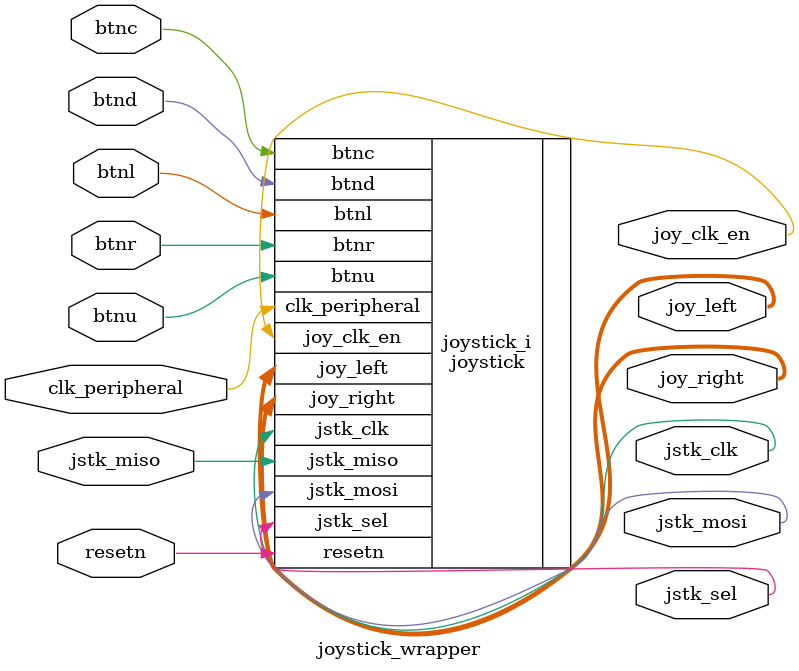
<source format=v>
`timescale 1 ps / 1 ps

module joystick_wrapper
   (btnc,
    btnd,
    btnl,
    btnr,
    btnu,
    clk_peripheral,
    joy_clk_en,
    joy_left,
    joy_right,
    jstk_clk,
    jstk_miso,
    jstk_mosi,
    jstk_sel,
    resetn);
  input btnc;
  input btnd;
  input btnl;
  input btnr;
  input btnu;
  input clk_peripheral;
  output joy_clk_en;
  output [10:0]joy_left;
  output [10:0]joy_right;
  output jstk_clk;
  input jstk_miso;
  output jstk_mosi;
  output jstk_sel;
  input resetn;

  wire btnc;
  wire btnd;
  wire btnl;
  wire btnr;
  wire btnu;
  wire clk_peripheral;
  wire joy_clk_en;
  wire [10:0]joy_left;
  wire [10:0]joy_right;
  wire jstk_clk;
  wire jstk_miso;
  wire jstk_mosi;
  wire jstk_sel;
  wire resetn;

  joystick joystick_i
       (.btnc(btnc),
        .btnd(btnd),
        .btnl(btnl),
        .btnr(btnr),
        .btnu(btnu),
        .clk_peripheral(clk_peripheral),
        .joy_clk_en(joy_clk_en),
        .joy_left(joy_left),
        .joy_right(joy_right),
        .jstk_clk(jstk_clk),
        .jstk_miso(jstk_miso),
        .jstk_mosi(jstk_mosi),
        .jstk_sel(jstk_sel),
        .resetn(resetn));
endmodule

</source>
